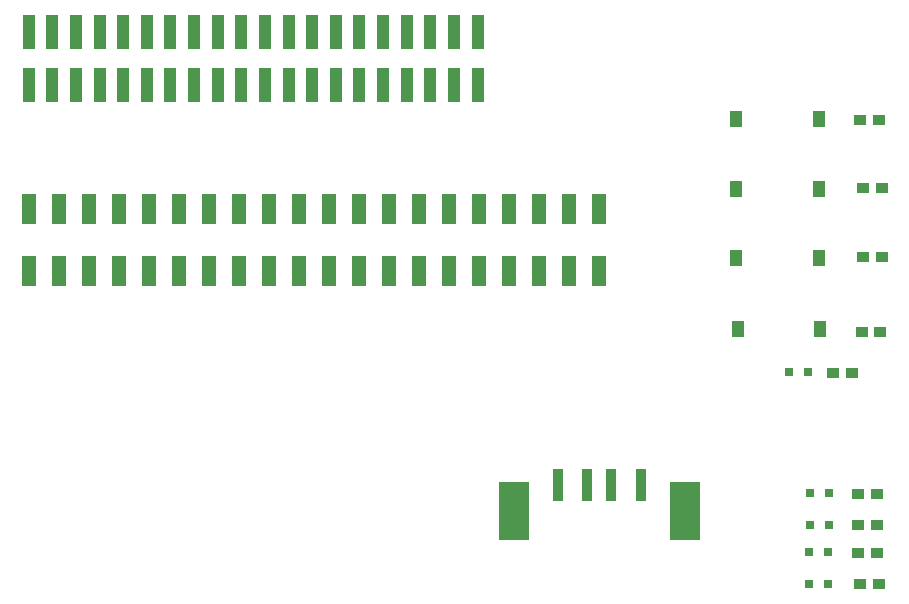
<source format=gtp>
%FSTAX24Y24*%
%MOMM*%
%SFA1B1*%

%IPPOS*%
%ADD10R,0.999998X1.399997*%
%ADD11R,0.999998X0.949998*%
%ADD12R,0.999998X2.999994*%
%ADD13R,0.799998X0.799998*%
%ADD14R,2.499995X4.999990*%
%ADD15R,0.899998X2.799994*%
%ADD16R,1.199998X2.499995*%
%LNio-testing-mezzanine-1*%
%LPD*%
G54D10*
X799099Y489799D03*
X869099D03*
X799099Y548799D03*
X869099D03*
X799099Y430799D03*
X869099D03*
X8001Y370799D03*
X870099D03*
G54D11*
X920099Y547799D03*
X904099D03*
X922099Y490799D03*
X906099D03*
X921099Y368799D03*
X905099D03*
X918499Y231099D03*
X902499D03*
X922099Y4318D03*
X906099D03*
X918499Y204999D03*
X902499D03*
X896699Y333599D03*
X880699D03*
X918499Y181099D03*
X902499D03*
X919499Y155099D03*
X903499D03*
G54D12*
X199999Y622499D03*
Y577499D03*
X219999Y622499D03*
Y577499D03*
X239999Y622499D03*
Y577499D03*
X259999Y622499D03*
Y577499D03*
X279999Y622499D03*
Y577499D03*
X299999Y622499D03*
Y577499D03*
X319999Y622499D03*
Y577499D03*
X339999Y622499D03*
Y577499D03*
X359999Y622499D03*
Y577499D03*
X379999Y622499D03*
Y577499D03*
X399999Y622499D03*
Y577499D03*
X419999Y622499D03*
Y577499D03*
X439999Y622499D03*
Y577499D03*
X459999Y622499D03*
Y577499D03*
X479999Y622499D03*
Y577499D03*
X499999Y622499D03*
Y577499D03*
X519999Y622499D03*
Y577499D03*
X539999Y622499D03*
Y577499D03*
X559999Y622499D03*
Y577499D03*
X579999Y622499D03*
Y577499D03*
G54D13*
X860499Y155099D03*
X876499D03*
X859699Y334599D03*
X843699D03*
X877499Y232099D03*
X861499D03*
X877499Y205099D03*
X861499D03*
X876499Y182099D03*
X860499D03*
G54D14*
X755499Y216499D03*
X610499D03*
G54D15*
X647999Y238999D03*
X672999D03*
X692999D03*
X717999D03*
G54D16*
X199999Y472599D03*
Y419999D03*
X225399Y472599D03*
Y419999D03*
X250799Y472599D03*
Y419999D03*
X276199Y472599D03*
Y419999D03*
X301599Y472599D03*
Y419999D03*
X326999Y472599D03*
Y419999D03*
X352399Y472599D03*
Y419999D03*
X377799Y472599D03*
Y419999D03*
X403199Y472599D03*
Y419999D03*
X428599Y472599D03*
Y419999D03*
X453999Y472599D03*
Y419999D03*
X479399Y472599D03*
Y419999D03*
X504799Y472599D03*
Y419999D03*
X530199Y472599D03*
Y419999D03*
X555599Y472599D03*
Y419999D03*
X580999Y472599D03*
Y419999D03*
X606399Y472599D03*
Y419999D03*
X631799Y472599D03*
Y419999D03*
X657199Y472599D03*
Y419999D03*
X682599Y472599D03*
Y419999D03*
M02*
</source>
